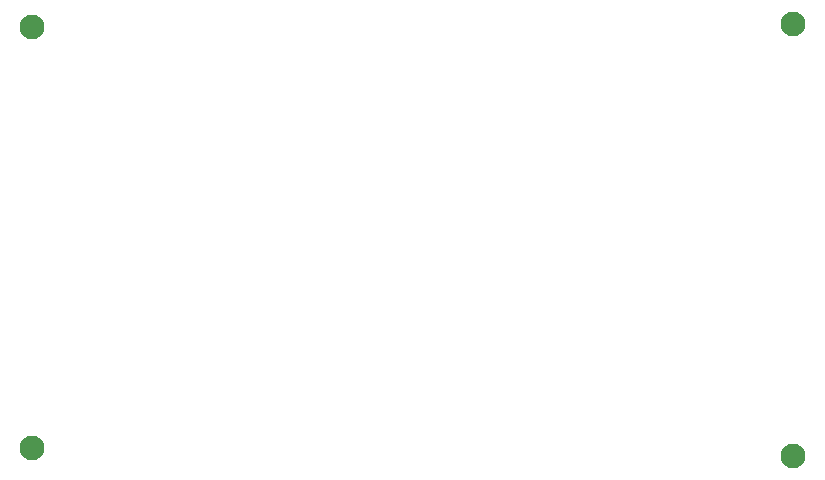
<source format=gbr>
%TF.GenerationSoftware,KiCad,Pcbnew,9.0.2*%
%TF.CreationDate,2025-06-26T23:30:37+05:30*%
%TF.ProjectId,MCU data logger,4d435520-6461-4746-9120-6c6f67676572,VERSION 1*%
%TF.SameCoordinates,Original*%
%TF.FileFunction,NonPlated,1,4,NPTH,Drill*%
%TF.FilePolarity,Positive*%
%FSLAX46Y46*%
G04 Gerber Fmt 4.6, Leading zero omitted, Abs format (unit mm)*
G04 Created by KiCad (PCBNEW 9.0.2) date 2025-06-26 23:30:37*
%MOMM*%
%LPD*%
G01*
G04 APERTURE LIST*
%TA.AperFunction,ComponentDrill*%
%ADD10C,2.100000*%
%TD*%
G04 APERTURE END LIST*
D10*
%TO.C,H1*%
X107650000Y-45550000D03*
%TO.C,H2*%
X107670000Y-81260000D03*
%TO.C,H3*%
X172090000Y-45320000D03*
%TO.C,H4*%
X172110000Y-81910000D03*
M02*

</source>
